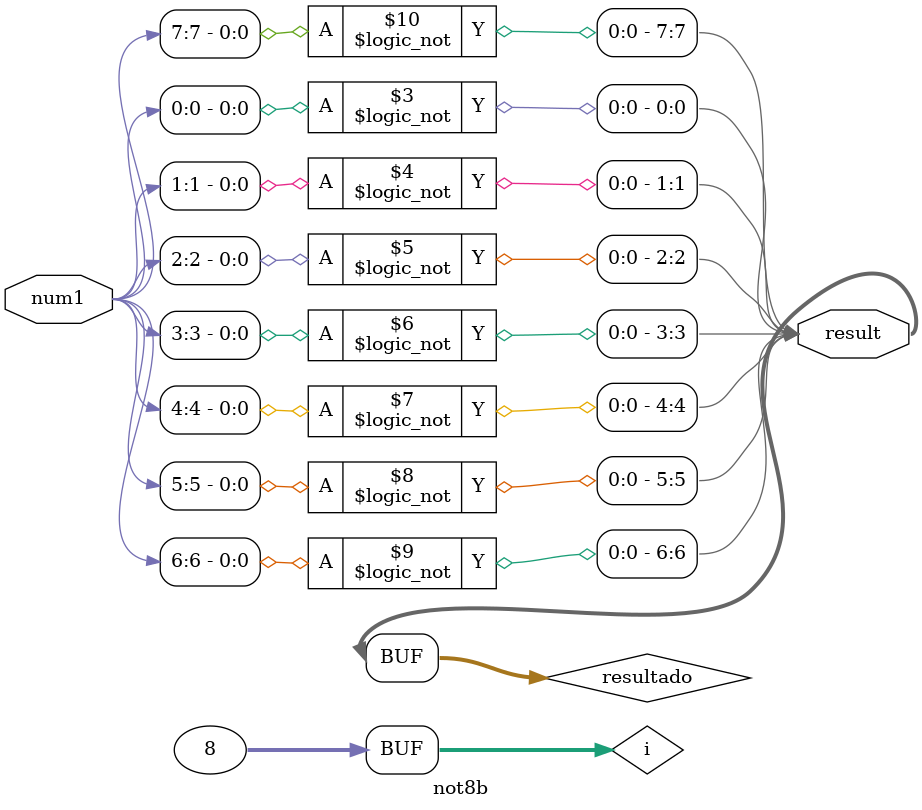
<source format=v>
`timescale 1ps/1ps

module not8b(output reg[7:0] result, input wire[7:0] num1);
  integer i;
  reg[7:0] resultado;
  always @(*) begin
    resultado = 8'b0;
    for (i = 0; i < 8; i++) begin
      resultado[i] = !num1[i];
    end
    result = resultado;
  end
endmodule
</source>
